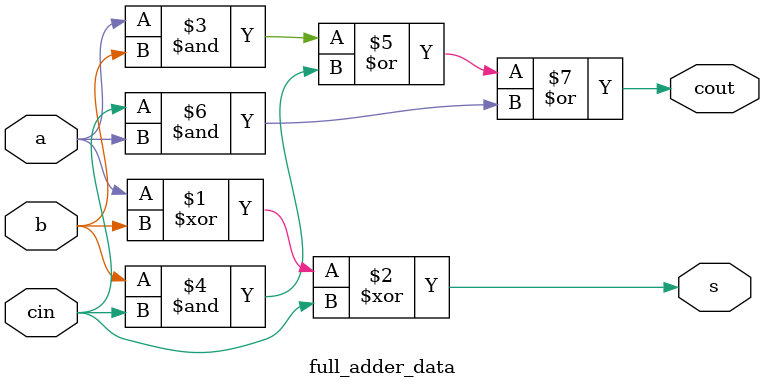
<source format=v>
module full_adder_data(
input a,b,cin,
output s ,cout
);
assign s=(a^b^cin);
assign cout=(a&b)|(b&cin)|(cin&a);
endmodule


</source>
